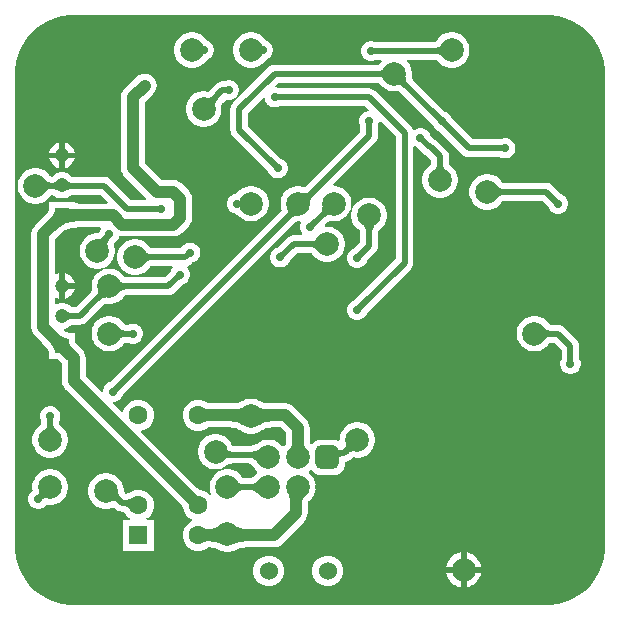
<source format=gbl>
G04*
G04 #@! TF.GenerationSoftware,Altium Limited,Altium Designer,23.3.1 (30)*
G04*
G04 Layer_Physical_Order=2*
G04 Layer_Color=16711680*
%FSLAX44Y44*%
%MOMM*%
G71*
G04*
G04 #@! TF.SameCoordinates,CF94DBF3-FF16-43C4-AECA-44031EA59DE8*
G04*
G04*
G04 #@! TF.FilePolarity,Positive*
G04*
G01*
G75*
%ADD55C,0.5000*%
%ADD56C,1.0000*%
%ADD57R,1.2000X1.2000*%
%ADD58C,1.2000*%
%ADD59C,1.6000*%
%ADD60R,1.6000X1.6000*%
%ADD61C,7.0000*%
%ADD62C,2.0000*%
G04:AMPARAMS|DCode=63|XSize=2mm|YSize=2mm|CornerRadius=0.5mm|HoleSize=0mm|Usage=FLASHONLY|Rotation=0.000|XOffset=0mm|YOffset=0mm|HoleType=Round|Shape=RoundedRectangle|*
%AMROUNDEDRECTD63*
21,1,2.0000,1.0000,0,0,0.0*
21,1,1.0000,2.0000,0,0,0.0*
1,1,1.0000,0.5000,-0.5000*
1,1,1.0000,-0.5000,-0.5000*
1,1,1.0000,-0.5000,0.5000*
1,1,1.0000,0.5000,0.5000*
%
%ADD63ROUNDEDRECTD63*%
%ADD64C,1.5240*%
%ADD65C,0.7000*%
%ADD66C,0.5000*%
G36*
X459775Y549145D02*
X466106Y547448D01*
X472162Y544940D01*
X477838Y541663D01*
X483038Y537673D01*
X487673Y533038D01*
X491663Y527838D01*
X494940Y522162D01*
X497448Y516106D01*
X499145Y509775D01*
X500000Y503277D01*
Y500000D01*
Y100000D01*
Y96723D01*
X499145Y90225D01*
X497448Y83893D01*
X494940Y77838D01*
X491663Y72162D01*
X487673Y66962D01*
X483038Y62327D01*
X477838Y58337D01*
X472162Y55060D01*
X466106Y52552D01*
X459775Y50855D01*
X453277Y50000D01*
X46723D01*
X40224Y50855D01*
X33893Y52552D01*
X27838Y55060D01*
X22162Y58337D01*
X16962Y62327D01*
X12327Y66962D01*
X8337Y72162D01*
X5060Y77838D01*
X2552Y83893D01*
X856Y90225D01*
X0Y96723D01*
Y100000D01*
Y500000D01*
Y503277D01*
X856Y509775D01*
X2552Y516106D01*
X5060Y522162D01*
X8337Y527838D01*
X12327Y533038D01*
X16962Y537673D01*
X22162Y541663D01*
X27838Y544940D01*
X33893Y547448D01*
X40224Y549145D01*
X46723Y550000D01*
X453277D01*
X459775Y549145D01*
D02*
G37*
%LPC*%
G36*
X371477Y535000D02*
X368523D01*
X365625Y534423D01*
X362895Y533293D01*
X360438Y531651D01*
X358349Y529562D01*
X356910Y527409D01*
X356828Y527320D01*
X356600Y527260D01*
X356250Y527201D01*
X355783Y527158D01*
X355063Y527137D01*
X355016Y527126D01*
X354969Y527133D01*
X354858Y527105D01*
X304681D01*
X302619Y527658D01*
X300381D01*
X298219Y527079D01*
X296281Y525960D01*
X294698Y524377D01*
X293579Y522439D01*
X293000Y520277D01*
Y518039D01*
X293579Y515877D01*
X294698Y513939D01*
X296281Y512356D01*
X298219Y511237D01*
X300381Y510658D01*
X302619D01*
X304781Y511237D01*
X306060Y511976D01*
X310366D01*
X310893Y510706D01*
X309748Y509562D01*
X308785Y508120D01*
X308512Y507849D01*
X308490Y507817D01*
X308401Y507785D01*
X308145Y507721D01*
X307777Y507660D01*
X307298Y507616D01*
X306573Y507596D01*
X306437Y507565D01*
X220000D01*
X218042Y507307D01*
X216218Y506551D01*
X214651Y505349D01*
X214651Y505349D01*
X184651Y475349D01*
X183449Y473782D01*
X182693Y471958D01*
X182435Y470000D01*
Y452500D01*
X182693Y450542D01*
X183449Y448718D01*
X184651Y447151D01*
X214395Y417407D01*
X214579Y416719D01*
X215698Y414781D01*
X217281Y413198D01*
X219219Y412079D01*
X221381Y411500D01*
X223619D01*
X225781Y412079D01*
X227719Y413198D01*
X229302Y414781D01*
X230421Y416719D01*
X231000Y418881D01*
Y421119D01*
X230421Y423281D01*
X229302Y425219D01*
X227719Y426802D01*
X225781Y427921D01*
X225093Y428105D01*
X197565Y455633D01*
Y466867D01*
X210327Y479629D01*
X211500Y479143D01*
Y478881D01*
X212079Y476719D01*
X213198Y474781D01*
X214781Y473198D01*
X216719Y472079D01*
X218881Y471500D01*
X221119D01*
X223281Y472079D01*
X223897Y472435D01*
X296867D01*
X299629Y469673D01*
X299143Y468500D01*
X298881D01*
X296719Y467921D01*
X294781Y466802D01*
X293198Y465219D01*
X292079Y463281D01*
X291500Y461119D01*
Y458881D01*
X292079Y456719D01*
X292435Y456102D01*
Y450701D01*
X246655Y404921D01*
X246539Y404848D01*
X246020Y404359D01*
X245680Y404080D01*
X245502Y403957D01*
X244375Y404423D01*
X241477Y405000D01*
X238523D01*
X235625Y404423D01*
X232895Y403293D01*
X230438Y401651D01*
X228349Y399562D01*
X226707Y397105D01*
X225576Y394375D01*
X225000Y391477D01*
Y388523D01*
X225576Y385625D01*
X226043Y384498D01*
X225920Y384320D01*
X225641Y383980D01*
X225152Y383461D01*
X225079Y383345D01*
X80784Y239050D01*
X80096Y238865D01*
X78158Y237746D01*
X76575Y236164D01*
X75457Y234226D01*
X74877Y232064D01*
Y231127D01*
X73607Y230601D01*
X60086Y244122D01*
Y259600D01*
X59743Y262211D01*
X58735Y264643D01*
X57132Y266732D01*
X56732Y267132D01*
X56704Y267176D01*
X52028Y272008D01*
X51000Y273179D01*
Y275009D01*
X51055Y275208D01*
X51032Y275390D01*
X51068Y275569D01*
X51000Y275909D01*
Y280600D01*
X46530D01*
X46331Y280655D01*
X45667Y280702D01*
X45238Y280789D01*
X44670Y280975D01*
X43967Y281283D01*
X43144Y281730D01*
X42213Y282326D01*
X41583Y282786D01*
X41574Y282866D01*
X41792Y283925D01*
X41918Y284126D01*
X44246Y284750D01*
X46754Y286198D01*
X47407Y286851D01*
X47755Y287065D01*
X47926Y287225D01*
X47934Y287229D01*
X47964Y287245D01*
X48026Y287270D01*
X48130Y287302D01*
X48282Y287337D01*
X48485Y287369D01*
X48744Y287391D01*
X49197Y287404D01*
X49334Y287435D01*
X55000D01*
X56958Y287693D01*
X58782Y288449D01*
X60349Y289651D01*
X74769Y304070D01*
X74887Y304145D01*
X75414Y304643D01*
X75783Y304950D01*
X76087Y305168D01*
X76313Y305303D01*
X76399Y305344D01*
X76437Y305337D01*
X76821Y305338D01*
X78523Y305000D01*
X81477D01*
X84375Y305576D01*
X87105Y306707D01*
X89562Y308349D01*
X91651Y310438D01*
X92607Y311869D01*
X92875Y312132D01*
X92880Y312140D01*
X93040Y312194D01*
X93353Y312268D01*
X93788Y312335D01*
X94340Y312383D01*
X95135Y312404D01*
X95274Y312435D01*
X130000D01*
X131958Y312693D01*
X133782Y313449D01*
X135349Y314651D01*
X142593Y321895D01*
X143281Y322079D01*
X145219Y323198D01*
X146802Y324781D01*
X147921Y326719D01*
X148500Y328881D01*
Y331119D01*
X147921Y333281D01*
X146802Y335219D01*
X145818Y336203D01*
X146267Y337543D01*
X148091Y338299D01*
X149658Y339501D01*
X150412Y340255D01*
X151839Y340637D01*
X153777Y341756D01*
X155360Y343339D01*
X156479Y345277D01*
X157058Y347439D01*
Y349677D01*
X156479Y351839D01*
X155360Y353777D01*
X153777Y355360D01*
X151839Y356479D01*
X149677Y357058D01*
X147439D01*
X145277Y356479D01*
X143339Y355360D01*
X141756Y353777D01*
X140970Y352415D01*
X116863D01*
X116727Y352446D01*
X116002Y352466D01*
X115523Y352510D01*
X115155Y352571D01*
X114899Y352635D01*
X114810Y352667D01*
X114788Y352699D01*
X114515Y352970D01*
X113551Y354412D01*
X111462Y356501D01*
X109005Y358143D01*
X106275Y359273D01*
X103377Y359850D01*
X100423D01*
X97525Y359273D01*
X94795Y358143D01*
X92338Y356501D01*
X90249Y354412D01*
X88607Y351955D01*
X87477Y349225D01*
X86900Y346327D01*
Y343373D01*
X87477Y340475D01*
X88607Y337745D01*
X90249Y335288D01*
X92338Y333199D01*
X94795Y331557D01*
X97525Y330426D01*
X100423Y329850D01*
X103377D01*
X106275Y330426D01*
X109005Y331557D01*
X111462Y333199D01*
X113551Y335288D01*
X114515Y336730D01*
X114788Y337001D01*
X114810Y337033D01*
X114899Y337065D01*
X115155Y337129D01*
X115523Y337190D01*
X116002Y337234D01*
X116727Y337254D01*
X116863Y337285D01*
X133468D01*
X133995Y336015D01*
X133198Y335219D01*
X132079Y333281D01*
X131895Y332593D01*
X126867Y327565D01*
X95274D01*
X95135Y327596D01*
X94340Y327617D01*
X93788Y327664D01*
X93353Y327732D01*
X93040Y327806D01*
X92880Y327860D01*
X92875Y327868D01*
X92607Y328131D01*
X91651Y329562D01*
X89562Y331651D01*
X87105Y333293D01*
X84375Y334423D01*
X81477Y335000D01*
X78523D01*
X75625Y334423D01*
X72895Y333293D01*
X70438Y331651D01*
X68349Y329562D01*
X66707Y327105D01*
X65576Y324375D01*
X65000Y321477D01*
Y318523D01*
X65338Y316821D01*
X65337Y316437D01*
X65344Y316399D01*
X65304Y316313D01*
X65168Y316087D01*
X64950Y315784D01*
X64643Y315414D01*
X64145Y314887D01*
X64070Y314769D01*
X51867Y302565D01*
X49334D01*
X49197Y302596D01*
X48744Y302609D01*
X48485Y302631D01*
X48282Y302663D01*
X48130Y302698D01*
X48026Y302730D01*
X47964Y302755D01*
X47934Y302771D01*
X47926Y302775D01*
X47755Y302935D01*
X47407Y303149D01*
X46754Y303802D01*
X44246Y305250D01*
X41448Y306000D01*
X38552D01*
X35754Y305250D01*
X35186Y304922D01*
X34086Y305557D01*
Y309843D01*
X35186Y310478D01*
X35754Y310150D01*
X37500Y309682D01*
Y320400D01*
Y331118D01*
X35754Y330650D01*
X35186Y330322D01*
X34086Y330957D01*
Y359822D01*
X37470Y363206D01*
X37500Y363224D01*
X40118Y365656D01*
X41188Y366526D01*
X42213Y367274D01*
X43144Y367870D01*
X43967Y368317D01*
X44670Y368625D01*
X45238Y368811D01*
X45667Y368898D01*
X46331Y368945D01*
X46530Y369000D01*
X51000D01*
Y369683D01*
X54247Y369893D01*
X55995Y369902D01*
X56052Y369914D01*
X72176D01*
X72866Y368644D01*
X72079Y367281D01*
X71741Y366018D01*
X71686Y365971D01*
X71302Y365675D01*
X70969Y365450D01*
X70692Y365290D01*
X70477Y365187D01*
X70327Y365132D01*
X70241Y365109D01*
X70212Y365104D01*
X69929Y365092D01*
X69551Y365000D01*
X68523D01*
X65625Y364424D01*
X62895Y363293D01*
X60438Y361651D01*
X58349Y359562D01*
X56707Y357105D01*
X55577Y354375D01*
X55000Y351477D01*
Y348523D01*
X55577Y345625D01*
X56707Y342895D01*
X58349Y340438D01*
X60438Y338349D01*
X62895Y336707D01*
X65625Y335577D01*
X68523Y335000D01*
X71477D01*
X74375Y335577D01*
X77105Y336707D01*
X79562Y338349D01*
X81651Y340438D01*
X83293Y342895D01*
X84424Y345625D01*
X85000Y348523D01*
Y351477D01*
X84424Y354375D01*
X83638Y356273D01*
X83657Y356296D01*
X85219Y357198D01*
X86802Y358781D01*
X87921Y360719D01*
X88408Y362539D01*
X90814Y362223D01*
X134142D01*
X136753Y362566D01*
X139185Y363574D01*
X141274Y365177D01*
X147132Y371035D01*
X148735Y373124D01*
X149743Y375556D01*
X150086Y378167D01*
Y394142D01*
X149743Y396753D01*
X148735Y399185D01*
X147132Y401274D01*
X141274Y407132D01*
X139185Y408735D01*
X136753Y409743D01*
X134142Y410086D01*
X124178D01*
X110086Y424178D01*
Y475822D01*
X117132Y482868D01*
X118735Y484957D01*
X119743Y487389D01*
X120086Y490000D01*
X119743Y492611D01*
X118735Y495043D01*
X117132Y497132D01*
X115043Y498735D01*
X112611Y499743D01*
X110000Y500086D01*
X107389Y499743D01*
X104957Y498735D01*
X102868Y497132D01*
X92868Y487132D01*
X91265Y485043D01*
X90257Y482611D01*
X89914Y480000D01*
Y420000D01*
X90257Y417389D01*
X91265Y414957D01*
X92868Y412868D01*
X111189Y394547D01*
X110703Y393373D01*
X98125D01*
X81149Y410349D01*
X79582Y411551D01*
X77758Y412307D01*
X75800Y412565D01*
X49665D01*
X49595Y412584D01*
X49482Y412570D01*
X49372Y412596D01*
X48927Y412609D01*
X48692Y412631D01*
X48518Y412660D01*
X48403Y412688D01*
X48359Y412703D01*
X48255Y412813D01*
X47875Y413081D01*
X46754Y414202D01*
X44246Y415650D01*
X41448Y416400D01*
X38552D01*
X35754Y415650D01*
X33246Y414202D01*
X32376Y413332D01*
X31991Y413078D01*
X31847Y412935D01*
X31811Y412920D01*
X31728Y412893D01*
X31595Y412862D01*
X31406Y412831D01*
X31392Y412830D01*
X31060Y412860D01*
X30683Y412921D01*
X30416Y412987D01*
X30277Y413036D01*
X30231Y413101D01*
X29944Y413375D01*
X29151Y414562D01*
X27062Y416651D01*
X24605Y418293D01*
X21875Y419423D01*
X18977Y420000D01*
X16023D01*
X13125Y419423D01*
X10395Y418293D01*
X7938Y416651D01*
X5849Y414562D01*
X4207Y412105D01*
X3076Y409375D01*
X2500Y406477D01*
Y403523D01*
X3076Y400625D01*
X4207Y397895D01*
X5849Y395438D01*
X7938Y393349D01*
X10395Y391707D01*
X13125Y390577D01*
X16023Y390000D01*
X18977D01*
X21875Y390577D01*
X24605Y391707D01*
X27062Y393349D01*
X29151Y395438D01*
X30304Y397164D01*
X30536Y397402D01*
X30577Y397417D01*
X30821Y397480D01*
X31182Y397540D01*
X31559Y397575D01*
X31633Y397568D01*
X31852Y397536D01*
X32022Y397498D01*
X32146Y397462D01*
X32230Y397429D01*
X32281Y397405D01*
X32309Y397388D01*
X32323Y397377D01*
X32508Y397217D01*
X32787Y397056D01*
X33246Y396598D01*
X35754Y395150D01*
X38552Y394400D01*
X41448D01*
X44246Y395150D01*
X46754Y396598D01*
X47032Y396875D01*
X47221Y396976D01*
X47417Y397136D01*
X47447Y397157D01*
X47494Y397183D01*
X47566Y397216D01*
X47670Y397254D01*
X47814Y397295D01*
X48002Y397335D01*
X48238Y397369D01*
X48522Y397392D01*
X48986Y397404D01*
X49125Y397435D01*
X72667D01*
X78842Y391260D01*
X78356Y390086D01*
X56107D01*
X56057Y390097D01*
X51077Y390182D01*
X51000Y390187D01*
Y391000D01*
X46309D01*
X45970Y391068D01*
X45705Y391015D01*
X45437Y391040D01*
X45309Y391000D01*
X34591D01*
X34392Y391055D01*
X34210Y391032D01*
X34030Y391068D01*
X33691Y391000D01*
X29000D01*
Y386530D01*
X28945Y386331D01*
X28898Y385667D01*
X28811Y385238D01*
X28625Y384670D01*
X28317Y383968D01*
X27870Y383144D01*
X27274Y382213D01*
X26562Y381236D01*
X24526Y378850D01*
X23291Y377571D01*
X23263Y377528D01*
X16868Y371132D01*
X15265Y369043D01*
X14257Y366610D01*
X13914Y364000D01*
Y285600D01*
X14257Y282990D01*
X15265Y280557D01*
X16868Y278468D01*
X23206Y272130D01*
X23224Y272100D01*
X25656Y269482D01*
X26526Y268412D01*
X27274Y267387D01*
X27870Y266456D01*
X28317Y265632D01*
X28625Y264930D01*
X28811Y264361D01*
X28898Y263933D01*
X28945Y263269D01*
X29000Y263070D01*
Y258600D01*
X33691D01*
X34030Y258533D01*
X34210Y258568D01*
X34392Y258545D01*
X34591Y258600D01*
X36103D01*
X39914Y255257D01*
Y239944D01*
X40257Y237334D01*
X41265Y234901D01*
X42868Y232812D01*
X140342Y135338D01*
X140368Y135297D01*
X141982Y133613D01*
X142400Y133125D01*
Y132888D01*
X143286Y129582D01*
X144997Y126618D01*
X147418Y124197D01*
X150213Y122584D01*
X150304Y121900D01*
X150213Y121216D01*
X147418Y119603D01*
X144997Y117182D01*
X143286Y114218D01*
X142400Y110912D01*
Y107488D01*
X143286Y104182D01*
X144997Y101218D01*
X147418Y98797D01*
X150382Y97086D01*
X153688Y96200D01*
X157112D01*
X160418Y97086D01*
X163382Y98797D01*
X163543Y98958D01*
X164316Y99008D01*
X167556Y98756D01*
X168500Y98601D01*
X169387Y98406D01*
X170111Y98197D01*
X170666Y97991D01*
X171048Y97808D01*
X171538Y97504D01*
X171912Y97364D01*
X172895Y96707D01*
X175625Y95576D01*
X178523Y95000D01*
X181477D01*
X184375Y95576D01*
X187105Y96707D01*
X188088Y97364D01*
X188462Y97504D01*
X188952Y97808D01*
X189334Y97991D01*
X189889Y98197D01*
X190613Y98406D01*
X191500Y98601D01*
X192444Y98756D01*
X196629Y99081D01*
X198215Y99102D01*
X198268Y99114D01*
X219200D01*
X221811Y99457D01*
X224243Y100465D01*
X226332Y102068D01*
X244969Y120704D01*
X246572Y122793D01*
X247579Y125226D01*
X247923Y127837D01*
Y134477D01*
X247933Y134524D01*
X247955Y135469D01*
X248007Y136187D01*
X248085Y136781D01*
X248179Y137244D01*
X248274Y137572D01*
X248341Y137743D01*
X248391Y137782D01*
X248596Y138021D01*
X249312Y138499D01*
X251401Y140588D01*
X253043Y143045D01*
X254174Y145775D01*
X254750Y148673D01*
Y151627D01*
X254174Y154525D01*
X253043Y157255D01*
X251401Y159712D01*
X249312Y161801D01*
X248992Y162015D01*
Y163285D01*
X249312Y163499D01*
X250068Y164255D01*
X251754Y164144D01*
X252618Y163018D01*
X254707Y161415D01*
X257139Y160407D01*
X259750Y160064D01*
X269750D01*
X272360Y160407D01*
X274793Y161415D01*
X276882Y163018D01*
X278485Y165107D01*
X279493Y167539D01*
X279836Y170150D01*
Y171245D01*
X280612Y171347D01*
X282437Y172103D01*
X284003Y173305D01*
X284769Y174070D01*
X284887Y174145D01*
X285414Y174643D01*
X285783Y174950D01*
X286087Y175168D01*
X286313Y175304D01*
X286399Y175344D01*
X286436Y175337D01*
X286821Y175338D01*
X288523Y175000D01*
X291477D01*
X294375Y175576D01*
X297105Y176707D01*
X299562Y178349D01*
X301651Y180438D01*
X303293Y182895D01*
X304424Y185625D01*
X305000Y188523D01*
Y191477D01*
X304424Y194375D01*
X303293Y197105D01*
X301651Y199562D01*
X299562Y201651D01*
X297105Y203293D01*
X294375Y204424D01*
X291477Y205000D01*
X288523D01*
X285625Y204424D01*
X282895Y203293D01*
X280438Y201651D01*
X278349Y199562D01*
X276707Y197105D01*
X275576Y194375D01*
X275000Y191477D01*
Y190174D01*
X273730Y189325D01*
X272360Y189893D01*
X269750Y190236D01*
X259750D01*
X257139Y189893D01*
X254707Y188885D01*
X252618Y187282D01*
X251754Y186156D01*
X251753Y186155D01*
X251394Y186011D01*
X250212Y186358D01*
X250178Y186469D01*
X250076Y186917D01*
X249994Y187420D01*
X249864Y188992D01*
X249847Y189905D01*
X249836Y189954D01*
Y200250D01*
X249492Y202861D01*
X248485Y205293D01*
X246882Y207382D01*
X236332Y217932D01*
X234243Y219535D01*
X231810Y220543D01*
X229200Y220886D01*
X218268D01*
X218215Y220898D01*
X216542Y220920D01*
X215117Y220982D01*
X212492Y221236D01*
X211500Y221399D01*
X210613Y221594D01*
X209889Y221803D01*
X209334Y222009D01*
X208952Y222192D01*
X208462Y222496D01*
X208088Y222636D01*
X207105Y223293D01*
X204375Y224424D01*
X201477Y225000D01*
X198523D01*
X195625Y224424D01*
X192895Y223293D01*
X191912Y222636D01*
X191538Y222496D01*
X191048Y222192D01*
X190666Y222009D01*
X190111Y221803D01*
X189387Y221594D01*
X188500Y221399D01*
X187508Y221236D01*
X184883Y220982D01*
X183458Y220920D01*
X181785Y220898D01*
X181732Y220886D01*
X166604D01*
X166556Y220897D01*
X164227Y220948D01*
X163587Y220997D01*
X163382Y221203D01*
X160418Y222914D01*
X157112Y223800D01*
X153688D01*
X150382Y222914D01*
X147418Y221203D01*
X144997Y218782D01*
X143286Y215818D01*
X142400Y212512D01*
Y209088D01*
X143286Y205782D01*
X144997Y202818D01*
X147418Y200397D01*
X150382Y198686D01*
X153688Y197800D01*
X157112D01*
X160418Y198686D01*
X163382Y200397D01*
X163543Y200558D01*
X165717Y200697D01*
X166479Y200702D01*
X166535Y200714D01*
X180770D01*
X180818Y200703D01*
X182298Y200672D01*
X184967Y200429D01*
X186003Y200249D01*
X186990Y200013D01*
X187861Y199741D01*
X188623Y199438D01*
X189279Y199112D01*
X189838Y198769D01*
X190519Y198256D01*
X190730Y198154D01*
X192895Y196707D01*
X195625Y195576D01*
X198523Y195000D01*
X201477D01*
X204375Y195576D01*
X207105Y196707D01*
X209270Y198154D01*
X209481Y198256D01*
X210162Y198769D01*
X210721Y199112D01*
X211377Y199438D01*
X212139Y199741D01*
X213010Y200013D01*
X213997Y200249D01*
X215033Y200429D01*
X217702Y200672D01*
X219182Y200703D01*
X219230Y200714D01*
X225022D01*
X229664Y196072D01*
Y190039D01*
X229656Y190006D01*
X229583Y188101D01*
X229516Y187481D01*
X229424Y186917D01*
X229322Y186470D01*
X229221Y186142D01*
X229138Y185935D01*
X229094Y185853D01*
X228938Y185676D01*
X228761Y185374D01*
X228099Y184712D01*
X227885Y184392D01*
X226615D01*
X226401Y184712D01*
X224312Y186801D01*
X221855Y188443D01*
X219125Y189573D01*
X216227Y190150D01*
X213273D01*
X210375Y189573D01*
X207645Y188443D01*
X207266Y188190D01*
X206980Y188093D01*
X204837Y186862D01*
X204029Y186451D01*
X202358Y185724D01*
X201750Y185511D01*
X201176Y185347D01*
X200697Y185243D01*
X200322Y185192D01*
X199801Y185167D01*
X199692Y185140D01*
X185288D01*
X185154Y185171D01*
X184444Y185192D01*
X184070Y185229D01*
X183293Y187105D01*
X181651Y189562D01*
X179562Y191651D01*
X177105Y193293D01*
X174375Y194424D01*
X171477Y195000D01*
X168523D01*
X165625Y194424D01*
X162895Y193293D01*
X160438Y191651D01*
X158349Y189562D01*
X156707Y187105D01*
X155576Y184375D01*
X155000Y181477D01*
Y178523D01*
X155576Y175625D01*
X156707Y172895D01*
X158349Y170438D01*
X160438Y168349D01*
X162895Y166707D01*
X165625Y165576D01*
X168523Y165000D01*
X171477D01*
X174375Y165576D01*
X177105Y166707D01*
X179562Y168349D01*
X180309Y169095D01*
X180644Y169300D01*
X180852Y169492D01*
X180875Y169509D01*
X180951Y169553D01*
X181095Y169619D01*
X181318Y169698D01*
X181625Y169781D01*
X181947Y169844D01*
X183132Y169963D01*
X183820Y169978D01*
X183963Y170010D01*
X198364D01*
X198460Y169985D01*
X199034Y169953D01*
X199274Y169910D01*
X199493Y169843D01*
X199716Y169744D01*
X199964Y169596D01*
X200248Y169380D01*
X200572Y169076D01*
X200932Y168669D01*
X201320Y168148D01*
X201818Y167362D01*
X202137Y167027D01*
X203099Y165588D01*
X205188Y163499D01*
X205508Y163285D01*
Y162015D01*
X205188Y161801D01*
X204375Y160988D01*
X203976Y160726D01*
X203201Y159961D01*
X202548Y159382D01*
X201936Y158901D01*
X201371Y158513D01*
X200857Y158213D01*
X200397Y157993D01*
X199993Y157841D01*
X199640Y157746D01*
X199330Y157696D01*
X198771Y157665D01*
X198671Y157640D01*
X194943D01*
X194806Y157671D01*
X194081Y157691D01*
X193600Y157735D01*
X193228Y157796D01*
X192968Y157861D01*
X192860Y157899D01*
X192830Y157943D01*
X192549Y158218D01*
X191651Y159562D01*
X189562Y161651D01*
X187105Y163293D01*
X184375Y164424D01*
X181477Y165000D01*
X178523D01*
X175625Y164424D01*
X172895Y163293D01*
X170438Y161651D01*
X168349Y159562D01*
X166707Y157105D01*
X165576Y154375D01*
X165000Y151477D01*
Y148523D01*
X165576Y145625D01*
X166298Y143883D01*
X165221Y143163D01*
X163382Y145003D01*
X160418Y146714D01*
X157112Y147600D01*
X156832D01*
X155196Y149036D01*
X154656Y149569D01*
X154608Y149600D01*
X107286Y196922D01*
X107615Y198149D01*
X109618Y198686D01*
X112582Y200397D01*
X115003Y202818D01*
X116714Y205782D01*
X117600Y209088D01*
Y212512D01*
X116714Y215818D01*
X115003Y218782D01*
X112582Y221203D01*
X109618Y222914D01*
X106312Y223800D01*
X102888D01*
X99582Y222914D01*
X96618Y221203D01*
X94197Y218782D01*
X92486Y215818D01*
X91949Y213815D01*
X90723Y213486D01*
X83034Y221175D01*
X83560Y222445D01*
X84496D01*
X86658Y223024D01*
X88596Y224143D01*
X90179Y225725D01*
X91298Y227664D01*
X91482Y228351D01*
X236430Y373299D01*
X236552Y373377D01*
X237093Y373891D01*
X237502Y374240D01*
X237861Y374510D01*
X238165Y374707D01*
X238404Y374837D01*
X238575Y374912D01*
X238677Y374944D01*
X238708Y374951D01*
X238969Y374944D01*
X239302Y375000D01*
X241477D01*
X241622Y375029D01*
X242434Y373895D01*
X242079Y373281D01*
X241500Y371119D01*
Y368881D01*
X242079Y366719D01*
X243198Y364781D01*
X243520Y364459D01*
X242994Y363189D01*
X235999D01*
X235999Y363189D01*
X235020Y363060D01*
X234041Y362932D01*
X232216Y362176D01*
X230650Y360974D01*
X222281Y352605D01*
X221593Y352421D01*
X219655Y351302D01*
X218072Y349719D01*
X216953Y347781D01*
X216374Y345619D01*
Y343381D01*
X216953Y341219D01*
X218072Y339281D01*
X219655Y337698D01*
X221593Y336579D01*
X223755Y336000D01*
X225993D01*
X228155Y336579D01*
X230093Y337698D01*
X231676Y339281D01*
X232795Y341219D01*
X232979Y341907D01*
X239132Y348060D01*
X249461D01*
X249597Y348029D01*
X250322Y348008D01*
X250800Y347965D01*
X251169Y347904D01*
X251425Y347840D01*
X251514Y347808D01*
X251535Y347776D01*
X251808Y347505D01*
X252772Y346063D01*
X254862Y343973D01*
X257318Y342332D01*
X260048Y341201D01*
X262946Y340625D01*
X265901D01*
X268799Y341201D01*
X271529Y342332D01*
X273986Y343973D01*
X276075Y346063D01*
X277716Y348520D01*
X278847Y351249D01*
X279424Y354147D01*
Y357102D01*
X278847Y360000D01*
X277716Y362730D01*
X276075Y365187D01*
X273986Y367276D01*
X271529Y368918D01*
X268799Y370048D01*
X265901Y370625D01*
X263119D01*
X262538Y371388D01*
X262381Y371683D01*
X264769Y374070D01*
X264887Y374145D01*
X265414Y374643D01*
X265783Y374950D01*
X266087Y375168D01*
X266313Y375303D01*
X266399Y375344D01*
X266437Y375337D01*
X266821Y375338D01*
X268523Y375000D01*
X271477D01*
X274375Y375577D01*
X277105Y376707D01*
X279562Y378349D01*
X281651Y380438D01*
X283293Y382895D01*
X284424Y385625D01*
X285000Y388523D01*
Y391477D01*
X284424Y394375D01*
X283293Y397105D01*
X281651Y399562D01*
X279562Y401651D01*
X277105Y403293D01*
X274375Y404423D01*
X271477Y405000D01*
X269927D01*
X269401Y406270D01*
X305349Y442218D01*
X306551Y443785D01*
X307307Y445610D01*
X307565Y447567D01*
Y456102D01*
X307921Y456719D01*
X308500Y458881D01*
Y459143D01*
X309673Y459629D01*
X322435Y446867D01*
Y343133D01*
X287407Y308105D01*
X286719Y307921D01*
X284781Y306802D01*
X283198Y305219D01*
X282079Y303281D01*
X281500Y301119D01*
Y298881D01*
X282079Y296719D01*
X283198Y294781D01*
X284781Y293198D01*
X286719Y292079D01*
X288881Y291500D01*
X291119D01*
X293281Y292079D01*
X295219Y293198D01*
X296802Y294781D01*
X297921Y296719D01*
X298105Y297407D01*
X335349Y334651D01*
X335349Y334651D01*
X336551Y336218D01*
X337307Y338042D01*
X337565Y340000D01*
X337565Y340000D01*
Y437725D01*
X338835Y438399D01*
X340219Y437600D01*
X340907Y437416D01*
X346103Y432220D01*
X347669Y431018D01*
X348719Y430583D01*
X352435Y426867D01*
Y424963D01*
X352404Y424827D01*
X352384Y424102D01*
X352340Y423623D01*
X352279Y423255D01*
X352215Y422999D01*
X352183Y422910D01*
X352151Y422888D01*
X351880Y422615D01*
X350438Y421651D01*
X348349Y419562D01*
X346707Y417105D01*
X345576Y414375D01*
X345000Y411477D01*
Y408523D01*
X345576Y405625D01*
X346707Y402895D01*
X348349Y400438D01*
X350438Y398349D01*
X352895Y396707D01*
X355625Y395577D01*
X358523Y395000D01*
X361477D01*
X364375Y395577D01*
X367105Y396707D01*
X369562Y398349D01*
X371651Y400438D01*
X373293Y402895D01*
X374423Y405625D01*
X375000Y408523D01*
Y411477D01*
X374423Y414375D01*
X373293Y417105D01*
X371651Y419562D01*
X369562Y421651D01*
X368120Y422615D01*
X367849Y422888D01*
X367817Y422910D01*
X367785Y422999D01*
X367721Y423255D01*
X367660Y423623D01*
X367616Y424102D01*
X367596Y424827D01*
X367565Y424963D01*
Y430000D01*
X367307Y431958D01*
X366551Y433782D01*
X365349Y435349D01*
X357780Y442918D01*
X356213Y444120D01*
X355164Y444555D01*
X351605Y448114D01*
X351421Y448802D01*
X350302Y450740D01*
X348719Y452323D01*
X346781Y453442D01*
X344619Y454021D01*
X342381D01*
X340219Y453442D01*
X338480Y452438D01*
X337845Y452479D01*
X336959Y452797D01*
X336551Y453782D01*
X335349Y455349D01*
X335349Y455349D01*
X305349Y485349D01*
X303782Y486551D01*
X301958Y487307D01*
X300000Y487565D01*
X223897D01*
X223281Y487921D01*
X221119Y488500D01*
X220857D01*
X220371Y489673D01*
X223133Y492435D01*
X306437D01*
X306573Y492404D01*
X307298Y492384D01*
X307776Y492340D01*
X308145Y492279D01*
X308401Y492215D01*
X308490Y492183D01*
X308512Y492151D01*
X308785Y491880D01*
X309748Y490438D01*
X311838Y488349D01*
X314294Y486707D01*
X317024Y485576D01*
X319922Y485000D01*
X322877D01*
X324578Y485338D01*
X324963Y485337D01*
X325001Y485344D01*
X325086Y485303D01*
X325313Y485168D01*
X325616Y484950D01*
X325986Y484643D01*
X326512Y484145D01*
X326631Y484070D01*
X353572Y457130D01*
X353756Y456442D01*
X354875Y454504D01*
X356458Y452921D01*
X358396Y451802D01*
X359084Y451618D01*
X378870Y431832D01*
X378870Y431831D01*
X380437Y430629D01*
X382261Y429874D01*
X384219Y429616D01*
X384219Y429616D01*
X410666D01*
X411938Y428881D01*
X414100Y428302D01*
X416338D01*
X418500Y428881D01*
X420438Y430000D01*
X422021Y431583D01*
X423140Y433521D01*
X423719Y435683D01*
Y437921D01*
X423140Y440083D01*
X422021Y442021D01*
X420438Y443603D01*
X418500Y444722D01*
X416338Y445302D01*
X414100D01*
X412023Y444745D01*
X387352D01*
X369782Y462316D01*
X369598Y463004D01*
X368479Y464942D01*
X366896Y466524D01*
X364958Y467643D01*
X364270Y467828D01*
X337329Y494768D01*
X337255Y494887D01*
X336757Y495414D01*
X336449Y495783D01*
X336232Y496087D01*
X336096Y496313D01*
X336055Y496399D01*
X336063Y496437D01*
X336061Y496821D01*
X336400Y498523D01*
Y501477D01*
X335823Y504375D01*
X334692Y507105D01*
X333051Y509562D01*
X331907Y510706D01*
X332433Y511976D01*
X355170D01*
X355308Y511945D01*
X356037Y511925D01*
X356530Y511881D01*
X356918Y511819D01*
X357199Y511751D01*
X357377Y511691D01*
X357405Y511678D01*
X357479Y511577D01*
X357756Y511326D01*
X358349Y510438D01*
X360438Y508349D01*
X362895Y506707D01*
X365625Y505577D01*
X368523Y505000D01*
X371477D01*
X374375Y505577D01*
X377105Y506707D01*
X379562Y508349D01*
X381651Y510438D01*
X383293Y512895D01*
X384423Y515625D01*
X385000Y518523D01*
Y521477D01*
X384423Y524375D01*
X383293Y527105D01*
X381651Y529562D01*
X379562Y531651D01*
X377105Y533293D01*
X374375Y534423D01*
X371477Y535000D01*
D02*
G37*
G36*
X201477D02*
X198523D01*
X195625Y534423D01*
X192895Y533293D01*
X190438Y531651D01*
X188349Y529562D01*
X186707Y527105D01*
X185576Y524375D01*
X185000Y521477D01*
Y518523D01*
X185576Y515625D01*
X186707Y512895D01*
X188349Y510438D01*
X190438Y508349D01*
X192895Y506707D01*
X195625Y505577D01*
X198523Y505000D01*
X201477D01*
X204375Y505577D01*
X207105Y506707D01*
X209562Y508349D01*
X211651Y510438D01*
X212632Y511905D01*
X213281Y512079D01*
X215219Y513198D01*
X216802Y514781D01*
X217921Y516719D01*
X218500Y518881D01*
Y521119D01*
X217921Y523281D01*
X216802Y525219D01*
X215219Y526802D01*
X213281Y527921D01*
X212632Y528095D01*
X211651Y529562D01*
X209562Y531651D01*
X207105Y533293D01*
X204375Y534423D01*
X201477Y535000D01*
D02*
G37*
G36*
X151477D02*
X148523D01*
X145625Y534423D01*
X142895Y533293D01*
X140438Y531651D01*
X138349Y529562D01*
X136707Y527105D01*
X135576Y524375D01*
X135000Y521477D01*
Y518523D01*
X135576Y515625D01*
X136707Y512895D01*
X138349Y510438D01*
X140438Y508349D01*
X142895Y506707D01*
X145625Y505577D01*
X148523Y505000D01*
X151477D01*
X154375Y505577D01*
X157105Y506707D01*
X159562Y508349D01*
X161651Y510438D01*
X162632Y511905D01*
X163281Y512079D01*
X165219Y513198D01*
X166802Y514781D01*
X167921Y516719D01*
X168500Y518881D01*
Y521119D01*
X167921Y523281D01*
X166802Y525219D01*
X165219Y526802D01*
X163281Y527921D01*
X162632Y528095D01*
X161651Y529562D01*
X159562Y531651D01*
X157105Y533293D01*
X154375Y534423D01*
X151477Y535000D01*
D02*
G37*
G36*
X182619Y494750D02*
X180381D01*
X178219Y494171D01*
X176940Y493432D01*
X175867D01*
X173909Y493174D01*
X172085Y492419D01*
X170518Y491216D01*
X170518Y491216D01*
X165231Y485930D01*
X165113Y485855D01*
X164586Y485357D01*
X164217Y485050D01*
X163913Y484832D01*
X163687Y484697D01*
X163601Y484656D01*
X163563Y484663D01*
X163179Y484662D01*
X161477Y485000D01*
X158523D01*
X155625Y484423D01*
X152895Y483293D01*
X150438Y481651D01*
X148349Y479562D01*
X146707Y477105D01*
X145576Y474375D01*
X145000Y471477D01*
Y468523D01*
X145576Y465625D01*
X146707Y462895D01*
X148349Y460438D01*
X150438Y458349D01*
X152895Y456707D01*
X155625Y455577D01*
X158523Y455000D01*
X161477D01*
X164375Y455577D01*
X167105Y456707D01*
X169562Y458349D01*
X171651Y460438D01*
X173293Y462895D01*
X174424Y465625D01*
X175000Y468523D01*
Y471477D01*
X174662Y473179D01*
X174663Y473563D01*
X174656Y473601D01*
X174697Y473687D01*
X174832Y473913D01*
X175049Y474216D01*
X175357Y474586D01*
X175855Y475113D01*
X175930Y475232D01*
X178857Y478158D01*
X180381Y477750D01*
X182619D01*
X184781Y478329D01*
X186719Y479448D01*
X188302Y481031D01*
X189421Y482969D01*
X190000Y485131D01*
Y487369D01*
X189421Y489531D01*
X188302Y491469D01*
X186719Y493052D01*
X184781Y494171D01*
X182619Y494750D01*
D02*
G37*
G36*
X42500Y441518D02*
Y433300D01*
X50718D01*
X50250Y435046D01*
X48802Y437554D01*
X46754Y439602D01*
X44246Y441050D01*
X42500Y441518D01*
D02*
G37*
G36*
X37500D02*
X35754Y441050D01*
X33246Y439602D01*
X31198Y437554D01*
X29750Y435046D01*
X29282Y433300D01*
X37500D01*
Y441518D01*
D02*
G37*
G36*
X50718Y428300D02*
X42500D01*
Y420082D01*
X44246Y420550D01*
X46754Y421998D01*
X48802Y424046D01*
X50250Y426554D01*
X50718Y428300D01*
D02*
G37*
G36*
X37500D02*
X29282D01*
X29750Y426554D01*
X31198Y424046D01*
X33246Y421998D01*
X35754Y420550D01*
X37500Y420082D01*
Y428300D01*
D02*
G37*
G36*
X401477Y415000D02*
X398523D01*
X395625Y414423D01*
X392895Y413293D01*
X390438Y411651D01*
X388349Y409562D01*
X386707Y407105D01*
X385576Y404375D01*
X385000Y401477D01*
Y398523D01*
X385576Y395625D01*
X386707Y392895D01*
X388349Y390438D01*
X390438Y388349D01*
X392895Y386707D01*
X395625Y385576D01*
X398523Y385000D01*
X401477D01*
X404375Y385576D01*
X407105Y386707D01*
X409562Y388349D01*
X411651Y390438D01*
X412615Y391880D01*
X412888Y392151D01*
X412910Y392183D01*
X412999Y392215D01*
X413255Y392279D01*
X413623Y392340D01*
X414102Y392384D01*
X414826Y392404D01*
X414963Y392435D01*
X446867D01*
X451895Y387407D01*
X452079Y386719D01*
X453198Y384781D01*
X454781Y383198D01*
X456719Y382079D01*
X458881Y381500D01*
X461119D01*
X463281Y382079D01*
X465219Y383198D01*
X466802Y384781D01*
X467921Y386719D01*
X468500Y388881D01*
Y391119D01*
X467921Y393281D01*
X466802Y395219D01*
X465219Y396802D01*
X463281Y397921D01*
X462593Y398105D01*
X455349Y405349D01*
X453782Y406551D01*
X451958Y407307D01*
X450000Y407565D01*
X414963D01*
X414826Y407596D01*
X414102Y407616D01*
X413623Y407660D01*
X413255Y407721D01*
X412999Y407785D01*
X412910Y407817D01*
X412888Y407849D01*
X412615Y408120D01*
X411651Y409562D01*
X409562Y411651D01*
X407105Y413293D01*
X404375Y414423D01*
X401477Y415000D01*
D02*
G37*
G36*
X201477Y405000D02*
X198523D01*
X195625Y404423D01*
X192895Y403293D01*
X190438Y401651D01*
X188349Y399562D01*
X187639Y398500D01*
X187381D01*
X185219Y397921D01*
X183281Y396802D01*
X181698Y395219D01*
X180579Y393281D01*
X180000Y391119D01*
Y388881D01*
X180579Y386719D01*
X181698Y384781D01*
X183281Y383198D01*
X185219Y382079D01*
X187381Y381500D01*
X187639D01*
X188349Y380438D01*
X190438Y378349D01*
X192895Y376707D01*
X195625Y375577D01*
X198523Y375000D01*
X201477D01*
X204375Y375577D01*
X207105Y376707D01*
X209562Y378349D01*
X211651Y380438D01*
X213293Y382895D01*
X214424Y385625D01*
X215000Y388523D01*
Y391477D01*
X214424Y394375D01*
X213293Y397105D01*
X211651Y399562D01*
X209562Y401651D01*
X207105Y403293D01*
X204375Y404423D01*
X201477Y405000D01*
D02*
G37*
G36*
X301477Y395000D02*
X298523D01*
X295625Y394423D01*
X292895Y393293D01*
X290438Y391651D01*
X288349Y389562D01*
X286707Y387105D01*
X285576Y384375D01*
X285000Y381477D01*
Y378523D01*
X285576Y375625D01*
X286707Y372895D01*
X288349Y370438D01*
X290438Y368349D01*
X291880Y367385D01*
X292151Y367112D01*
X292183Y367090D01*
X292215Y367001D01*
X292279Y366745D01*
X292340Y366377D01*
X292384Y365898D01*
X292404Y365173D01*
X292435Y365037D01*
Y357133D01*
X287407Y352105D01*
X286719Y351921D01*
X284781Y350802D01*
X283198Y349219D01*
X282079Y347281D01*
X281500Y345119D01*
Y342881D01*
X282079Y340719D01*
X283198Y338781D01*
X284781Y337198D01*
X286719Y336079D01*
X288881Y335500D01*
X291119D01*
X293281Y336079D01*
X295219Y337198D01*
X296802Y338781D01*
X297921Y340719D01*
X298105Y341407D01*
X305349Y348651D01*
X305349Y348651D01*
X306551Y350218D01*
X307307Y352042D01*
X307565Y354000D01*
Y365037D01*
X307596Y365173D01*
X307616Y365898D01*
X307660Y366377D01*
X307721Y366745D01*
X307785Y367001D01*
X307817Y367090D01*
X307849Y367112D01*
X308120Y367385D01*
X309562Y368349D01*
X311651Y370438D01*
X313293Y372895D01*
X314424Y375625D01*
X315000Y378523D01*
Y381477D01*
X314424Y384375D01*
X313293Y387105D01*
X311651Y389562D01*
X309562Y391651D01*
X307105Y393293D01*
X304375Y394423D01*
X301477Y395000D01*
D02*
G37*
G36*
X42500Y331118D02*
Y322900D01*
X50718D01*
X50250Y324646D01*
X48802Y327154D01*
X46754Y329202D01*
X44246Y330650D01*
X42500Y331118D01*
D02*
G37*
G36*
X50718Y317900D02*
X42500D01*
Y309682D01*
X44246Y310150D01*
X46754Y311598D01*
X48802Y313646D01*
X50250Y316154D01*
X50718Y317900D01*
D02*
G37*
G36*
X81477Y295000D02*
X78523D01*
X75625Y294424D01*
X72895Y293293D01*
X70438Y291651D01*
X68349Y289562D01*
X66707Y287105D01*
X65576Y284375D01*
X65000Y281477D01*
Y278523D01*
X65576Y275625D01*
X66707Y272895D01*
X68349Y270438D01*
X70438Y268349D01*
X72895Y266707D01*
X75625Y265576D01*
X78523Y265000D01*
X81477D01*
X84375Y265576D01*
X87105Y266707D01*
X89562Y268349D01*
X91651Y270438D01*
X92615Y271880D01*
X92888Y272151D01*
X92909Y272183D01*
X92999Y272215D01*
X93255Y272279D01*
X93623Y272340D01*
X94102Y272384D01*
X94826Y272404D01*
X94963Y272435D01*
X96103D01*
X96719Y272079D01*
X98881Y271500D01*
X101119D01*
X103281Y272079D01*
X105219Y273198D01*
X106802Y274781D01*
X107921Y276719D01*
X108500Y278881D01*
Y281119D01*
X107921Y283281D01*
X106802Y285219D01*
X105219Y286802D01*
X103281Y287921D01*
X101119Y288500D01*
X98881D01*
X96719Y287921D01*
X96103Y287565D01*
X94963D01*
X94826Y287596D01*
X94102Y287616D01*
X93623Y287660D01*
X93255Y287721D01*
X92999Y287785D01*
X92909Y287817D01*
X92888Y287848D01*
X92615Y288120D01*
X91651Y289562D01*
X89562Y291651D01*
X87105Y293293D01*
X84375Y294424D01*
X81477Y295000D01*
D02*
G37*
G36*
X441477D02*
X438523D01*
X435625Y294424D01*
X432895Y293293D01*
X430438Y291651D01*
X428349Y289562D01*
X426707Y287105D01*
X425577Y284375D01*
X425000Y281477D01*
Y278523D01*
X425577Y275625D01*
X426707Y272895D01*
X428349Y270438D01*
X430438Y268349D01*
X432895Y266707D01*
X435625Y265576D01*
X438523Y265000D01*
X441477D01*
X444375Y265576D01*
X447105Y266707D01*
X449562Y268349D01*
X451651Y270438D01*
X452615Y271880D01*
X452888Y272151D01*
X452910Y272183D01*
X452999Y272215D01*
X453255Y272279D01*
X453623Y272340D01*
X454102Y272384D01*
X454827Y272404D01*
X454963Y272435D01*
X456867D01*
X462935Y266367D01*
Y258498D01*
X462579Y257881D01*
X462000Y255719D01*
Y253481D01*
X462579Y251319D01*
X463698Y249381D01*
X465281Y247798D01*
X467219Y246679D01*
X469381Y246100D01*
X471619D01*
X473781Y246679D01*
X475719Y247798D01*
X477302Y249381D01*
X478421Y251319D01*
X479000Y253481D01*
Y255719D01*
X478421Y257881D01*
X478065Y258498D01*
Y269500D01*
X477807Y271458D01*
X477051Y273282D01*
X475849Y274849D01*
X465349Y285349D01*
X463782Y286551D01*
X461958Y287307D01*
X460000Y287565D01*
X454963D01*
X454827Y287596D01*
X454102Y287616D01*
X453623Y287660D01*
X453255Y287721D01*
X452999Y287785D01*
X452910Y287817D01*
X452888Y287848D01*
X452615Y288120D01*
X451651Y289562D01*
X449562Y291651D01*
X447105Y293293D01*
X444375Y294424D01*
X441477Y295000D01*
D02*
G37*
G36*
X31119Y218500D02*
X28881D01*
X26719Y217921D01*
X24781Y216802D01*
X23198Y215219D01*
X22079Y213281D01*
X21500Y211119D01*
Y208881D01*
X22079Y206719D01*
X22435Y206103D01*
Y204963D01*
X22404Y204827D01*
X22384Y204102D01*
X22340Y203623D01*
X22279Y203255D01*
X22215Y202999D01*
X22183Y202910D01*
X22151Y202888D01*
X21880Y202615D01*
X20438Y201651D01*
X18349Y199562D01*
X16707Y197105D01*
X15576Y194375D01*
X15000Y191477D01*
Y188523D01*
X15576Y185625D01*
X16707Y182895D01*
X18349Y180438D01*
X20438Y178349D01*
X22895Y176707D01*
X25625Y175576D01*
X28523Y175000D01*
X31477D01*
X34375Y175576D01*
X37105Y176707D01*
X39562Y178349D01*
X41651Y180438D01*
X43293Y182895D01*
X44423Y185625D01*
X45000Y188523D01*
Y191477D01*
X44423Y194375D01*
X43293Y197105D01*
X41651Y199562D01*
X39562Y201651D01*
X38120Y202615D01*
X37849Y202888D01*
X37817Y202910D01*
X37785Y202999D01*
X37721Y203255D01*
X37660Y203623D01*
X37616Y204102D01*
X37596Y204827D01*
X37565Y204963D01*
Y206103D01*
X37921Y206719D01*
X38500Y208881D01*
Y211119D01*
X37921Y213281D01*
X36802Y215219D01*
X35219Y216802D01*
X33281Y217921D01*
X31119Y218500D01*
D02*
G37*
G36*
X31477Y165000D02*
X28523D01*
X25625Y164424D01*
X22895Y163293D01*
X20438Y161651D01*
X18349Y159562D01*
X16707Y157105D01*
X15576Y154375D01*
X15000Y151477D01*
Y148523D01*
X15285Y147092D01*
X14781Y146802D01*
X13198Y145219D01*
X12079Y143281D01*
X11500Y141119D01*
Y138881D01*
X12079Y136719D01*
X13198Y134781D01*
X14781Y133198D01*
X16719Y132079D01*
X18881Y131500D01*
X21119D01*
X23281Y132079D01*
X25219Y133198D01*
X26802Y134781D01*
X27092Y135285D01*
X28523Y135000D01*
X31477D01*
X34375Y135576D01*
X37105Y136707D01*
X39562Y138349D01*
X41651Y140438D01*
X43293Y142895D01*
X44423Y145625D01*
X45000Y148523D01*
Y151477D01*
X44423Y154375D01*
X43293Y157105D01*
X41651Y159562D01*
X39562Y161651D01*
X37105Y163293D01*
X34375Y164424D01*
X31477Y165000D01*
D02*
G37*
G36*
X78583Y161707D02*
X75628D01*
X72730Y161131D01*
X70000Y160000D01*
X67543Y158358D01*
X65454Y156269D01*
X63812Y153812D01*
X62682Y151082D01*
X62105Y148185D01*
Y145230D01*
X62682Y142332D01*
X63812Y139602D01*
X65454Y137145D01*
X67543Y135056D01*
X70000Y133414D01*
X72730Y132284D01*
X75628Y131707D01*
X78583D01*
X81481Y132284D01*
X83821Y133253D01*
X83957Y133142D01*
X84474Y132655D01*
X84591Y132582D01*
X85817Y131356D01*
X87384Y130154D01*
X89209Y129398D01*
X91167Y129140D01*
X91460D01*
X91572Y129112D01*
X92069Y129089D01*
X92259Y129061D01*
X92388Y129028D01*
X92476Y128994D01*
X92547Y128956D01*
X92621Y128905D01*
X92716Y128823D01*
X92838Y128691D01*
X92988Y128491D01*
X93274Y128026D01*
X93565Y127714D01*
X94197Y126618D01*
X96618Y124197D01*
X97878Y123470D01*
X97537Y122200D01*
X91600D01*
Y96200D01*
X117600D01*
Y122200D01*
X111663D01*
X111322Y123470D01*
X112582Y124197D01*
X115003Y126618D01*
X116714Y129582D01*
X117600Y132888D01*
Y136312D01*
X116714Y139618D01*
X115003Y142582D01*
X112582Y145003D01*
X109618Y146714D01*
X106312Y147600D01*
X102888D01*
X99582Y146714D01*
X98517Y146099D01*
X98072Y145955D01*
X97380Y145567D01*
X96851Y145298D01*
X95670Y144793D01*
X95238Y144645D01*
X94781Y144514D01*
X94356Y144418D01*
X94180Y144389D01*
X94164Y144405D01*
X94085Y144530D01*
X93554Y145084D01*
X93171Y145524D01*
X92859Y145922D01*
X92616Y146272D01*
X92438Y146570D01*
X92319Y146808D01*
X92248Y146983D01*
X92215Y147094D01*
X92205Y147145D01*
X92180Y147433D01*
X92105Y147693D01*
Y148185D01*
X91529Y151082D01*
X90398Y153812D01*
X88756Y156269D01*
X86667Y158358D01*
X84210Y160000D01*
X81481Y161131D01*
X78583Y161707D01*
D02*
G37*
G36*
X382500Y94797D02*
Y82500D01*
X394797D01*
X394423Y84375D01*
X393293Y87105D01*
X391651Y89562D01*
X389562Y91651D01*
X387105Y93293D01*
X384375Y94424D01*
X382500Y94797D01*
D02*
G37*
G36*
X377500D02*
X375625Y94424D01*
X372895Y93293D01*
X370438Y91651D01*
X368349Y89562D01*
X366707Y87105D01*
X365577Y84375D01*
X365203Y82500D01*
X377500D01*
Y94797D01*
D02*
G37*
G36*
X266712Y92100D02*
X263288D01*
X259982Y91214D01*
X257018Y89502D01*
X254597Y87082D01*
X252886Y84118D01*
X252000Y80811D01*
Y77389D01*
X252886Y74082D01*
X254597Y71118D01*
X257018Y68697D01*
X259982Y66986D01*
X263288Y66100D01*
X266712D01*
X270018Y66986D01*
X272982Y68697D01*
X275403Y71118D01*
X277114Y74082D01*
X278000Y77389D01*
Y80811D01*
X277114Y84118D01*
X275403Y87082D01*
X272982Y89502D01*
X270018Y91214D01*
X266712Y92100D01*
D02*
G37*
G36*
X216712D02*
X213288D01*
X209982Y91214D01*
X207018Y89502D01*
X204597Y87082D01*
X202886Y84118D01*
X202000Y80811D01*
Y77389D01*
X202886Y74082D01*
X204597Y71118D01*
X207018Y68697D01*
X209982Y66986D01*
X213288Y66100D01*
X216712D01*
X220018Y66986D01*
X222982Y68697D01*
X225403Y71118D01*
X227114Y74082D01*
X228000Y77389D01*
Y80811D01*
X227114Y84118D01*
X225403Y87082D01*
X222982Y89502D01*
X220018Y91214D01*
X216712Y92100D01*
D02*
G37*
G36*
X394797Y77500D02*
X382500D01*
Y65203D01*
X384375Y65576D01*
X387105Y66707D01*
X389562Y68349D01*
X391651Y70438D01*
X393293Y72895D01*
X394423Y75625D01*
X394797Y77500D01*
D02*
G37*
G36*
X377500D02*
X365203D01*
X365577Y75625D01*
X366707Y72895D01*
X368349Y70438D01*
X370438Y68349D01*
X372895Y66707D01*
X375625Y65576D01*
X377500Y65203D01*
Y77500D01*
D02*
G37*
%LPD*%
G36*
X361578Y514608D02*
X361237Y515070D01*
X360835Y515484D01*
X360372Y515849D01*
X359850Y516165D01*
X359267Y516432D01*
X358624Y516651D01*
X357920Y516822D01*
X357156Y516944D01*
X356332Y517016D01*
X355448Y517041D01*
X355210Y522041D01*
X356095Y522066D01*
X356914Y522143D01*
X357668Y522271D01*
X358357Y522450D01*
X358980Y522680D01*
X359539Y522961D01*
X360032Y523293D01*
X360460Y523677D01*
X360822Y524111D01*
X361119Y524597D01*
X361578Y514608D01*
D02*
G37*
G36*
X312739Y495000D02*
X312419Y495475D01*
X312037Y495900D01*
X311591Y496275D01*
X311083Y496600D01*
X310512Y496875D01*
X309879Y497100D01*
X309182Y497275D01*
X308423Y497400D01*
X307602Y497475D01*
X306717Y497500D01*
Y502500D01*
X307602Y502525D01*
X308423Y502600D01*
X309182Y502725D01*
X309879Y502900D01*
X310512Y503125D01*
X311083Y503400D01*
X311591Y503725D01*
X312037Y504100D01*
X312419Y504525D01*
X312739Y505000D01*
Y495000D01*
D02*
G37*
G36*
X330949Y496850D02*
X330919Y496278D01*
X330969Y495698D01*
X331099Y495109D01*
X331308Y494511D01*
X331597Y493904D01*
X331965Y493288D01*
X332414Y492663D01*
X332942Y492029D01*
X333549Y491386D01*
X330014Y487850D01*
X329371Y488458D01*
X328737Y488986D01*
X328112Y489434D01*
X327496Y489803D01*
X326889Y490092D01*
X326290Y490301D01*
X325701Y490430D01*
X325121Y490480D01*
X324550Y490450D01*
X323988Y490341D01*
X331059Y497412D01*
X330949Y496850D01*
D02*
G37*
G36*
X362525Y423798D02*
X362600Y422976D01*
X362725Y422217D01*
X362900Y421521D01*
X363125Y420887D01*
X363400Y420317D01*
X363725Y419809D01*
X364100Y419363D01*
X364525Y418980D01*
X365000Y418660D01*
X355000D01*
X355475Y418980D01*
X355900Y419363D01*
X356275Y419809D01*
X356600Y420317D01*
X356875Y420887D01*
X357100Y421521D01*
X357275Y422217D01*
X357400Y422976D01*
X357475Y423798D01*
X357500Y424682D01*
X362500D01*
X362525Y423798D01*
D02*
G37*
G36*
X26388Y409702D02*
X26779Y409282D01*
X27232Y408911D01*
X27747Y408590D01*
X28323Y408318D01*
X28961Y408096D01*
X29660Y407923D01*
X30422Y407799D01*
X31244Y407725D01*
X31474Y407718D01*
X32042Y407770D01*
X32589Y407858D01*
X33106Y407981D01*
X33593Y408139D01*
X34050Y408332D01*
X34477Y408560D01*
X34874Y408823D01*
X35241Y409121D01*
X35577Y409455D01*
X35858Y401059D01*
X35500Y401371D01*
X35115Y401650D01*
X34702Y401896D01*
X34262Y402109D01*
X33794Y402290D01*
X33299Y402438D01*
X32776Y402552D01*
X32225Y402634D01*
X31650Y402683D01*
X31347Y402675D01*
X30527Y402599D01*
X29770Y402473D01*
X29077Y402296D01*
X28448Y402069D01*
X27882Y401791D01*
X27381Y401462D01*
X26943Y401083D01*
X26569Y400654D01*
X26258Y400174D01*
X26058Y410172D01*
X26388Y409702D01*
D02*
G37*
G36*
X44880Y408962D02*
X45237Y408655D01*
X45625Y408385D01*
X46045Y408150D01*
X46495Y407951D01*
X46978Y407789D01*
X47491Y407663D01*
X48036Y407572D01*
X48613Y407518D01*
X49220Y407500D01*
X48853Y402500D01*
X48248Y402484D01*
X47669Y402437D01*
X47117Y402358D01*
X46592Y402248D01*
X46093Y402106D01*
X45620Y401932D01*
X45174Y401728D01*
X44755Y401491D01*
X44362Y401223D01*
X43995Y400924D01*
X44555Y409305D01*
X44880Y408962D01*
D02*
G37*
G36*
X252930Y396962D02*
X252320Y396321D01*
X251780Y395687D01*
X251309Y395061D01*
X250908Y394443D01*
X250576Y393832D01*
X250314Y393228D01*
X250121Y392632D01*
X249998Y392043D01*
X249944Y391462D01*
X249960Y390888D01*
X244211Y399070D01*
X244731Y398876D01*
X245265Y398772D01*
X245812Y398756D01*
X246374Y398829D01*
X246949Y398991D01*
X247539Y399242D01*
X248141Y399582D01*
X248758Y400011D01*
X249389Y400530D01*
X250034Y401137D01*
X252930Y396962D01*
D02*
G37*
G36*
X267412Y380341D02*
X266850Y380450D01*
X266278Y380480D01*
X265698Y380430D01*
X265109Y380301D01*
X264511Y380092D01*
X263904Y379803D01*
X263288Y379434D01*
X262663Y378986D01*
X262029Y378458D01*
X261386Y377850D01*
X257850Y381386D01*
X258458Y382029D01*
X258986Y382663D01*
X259434Y383288D01*
X259803Y383904D01*
X260092Y384511D01*
X260301Y385109D01*
X260430Y385698D01*
X260480Y386278D01*
X260450Y386850D01*
X260341Y387412D01*
X267412Y380341D01*
D02*
G37*
G36*
X239112Y380039D02*
X238538Y380056D01*
X237957Y380002D01*
X237368Y379879D01*
X236772Y379686D01*
X236168Y379424D01*
X235557Y379092D01*
X234939Y378691D01*
X234313Y378220D01*
X233679Y377680D01*
X233038Y377070D01*
X228864Y379966D01*
X229471Y380611D01*
X229988Y381242D01*
X230418Y381858D01*
X230758Y382462D01*
X231009Y383051D01*
X231171Y383626D01*
X231244Y384188D01*
X231228Y384735D01*
X231124Y385269D01*
X230930Y385789D01*
X239112Y380039D01*
D02*
G37*
G36*
X46069Y385785D02*
X46370Y385620D01*
X46870Y385475D01*
X47569Y385349D01*
X48470Y385242D01*
X50869Y385087D01*
X55970Y385000D01*
Y375000D01*
X54069Y374990D01*
X46870Y374525D01*
X46370Y374380D01*
X46069Y374215D01*
X45970Y374030D01*
Y385970D01*
X46069Y385785D01*
D02*
G37*
G36*
X45970Y374030D02*
X44974Y373960D01*
X43934Y373748D01*
X42850Y373394D01*
X41723Y372899D01*
X40551Y372263D01*
X39335Y371485D01*
X38075Y370566D01*
X36771Y369505D01*
X34030Y366959D01*
X26959Y374030D01*
X28303Y375423D01*
X30566Y378075D01*
X31485Y379335D01*
X32263Y380551D01*
X32899Y381723D01*
X33394Y382850D01*
X33748Y383934D01*
X33960Y384974D01*
X34030Y385970D01*
X45970Y374030D01*
D02*
G37*
G36*
X80645Y360568D02*
X80038Y359923D01*
X79523Y359295D01*
X79101Y358683D01*
X78771Y358088D01*
X78533Y357511D01*
X78388Y356949D01*
X78336Y356405D01*
X78376Y355877D01*
X78508Y355366D01*
X78733Y354872D01*
X70147Y359999D01*
X70715Y360023D01*
X71290Y360113D01*
X71873Y360268D01*
X72465Y360488D01*
X73064Y360773D01*
X73672Y361124D01*
X74288Y361539D01*
X74912Y362020D01*
X75544Y362567D01*
X76184Y363178D01*
X80645Y360568D01*
D02*
G37*
G36*
X255763Y350625D02*
X255443Y351100D01*
X255061Y351525D01*
X254615Y351900D01*
X254107Y352225D01*
X253536Y352500D01*
X252903Y352725D01*
X252206Y352900D01*
X251447Y353025D01*
X250625Y353100D01*
X249741Y353125D01*
Y358125D01*
X250625Y358150D01*
X251447Y358225D01*
X252206Y358350D01*
X252903Y358525D01*
X253536Y358750D01*
X254107Y359025D01*
X254615Y359350D01*
X255061Y359725D01*
X255443Y360150D01*
X255763Y360625D01*
Y350625D01*
D02*
G37*
G36*
X110880Y349375D02*
X111263Y348950D01*
X111708Y348575D01*
X112217Y348250D01*
X112788Y347975D01*
X113421Y347750D01*
X114117Y347575D01*
X114876Y347450D01*
X115698Y347375D01*
X116582Y347350D01*
Y342350D01*
X115698Y342325D01*
X114876Y342250D01*
X114117Y342125D01*
X113421Y341950D01*
X112788Y341725D01*
X112217Y341450D01*
X111708Y341125D01*
X111263Y340750D01*
X110880Y340325D01*
X110560Y339850D01*
Y349850D01*
X110880Y349375D01*
D02*
G37*
G36*
X88983Y324525D02*
X89376Y324100D01*
X89837Y323725D01*
X90367Y323400D01*
X90967Y323125D01*
X91635Y322900D01*
X92373Y322725D01*
X93180Y322600D01*
X94055Y322525D01*
X95000Y322500D01*
Y317500D01*
X94055Y317475D01*
X93180Y317400D01*
X92373Y317275D01*
X91635Y317100D01*
X90967Y316875D01*
X90367Y316600D01*
X89837Y316275D01*
X89376Y315900D01*
X88983Y315475D01*
X88660Y315000D01*
Y325000D01*
X88983Y324525D01*
D02*
G37*
G36*
X77412Y310341D02*
X76850Y310450D01*
X76279Y310480D01*
X75698Y310430D01*
X75109Y310301D01*
X74511Y310092D01*
X73904Y309803D01*
X73288Y309434D01*
X72663Y308986D01*
X72029Y308458D01*
X71386Y307850D01*
X67850Y311386D01*
X68458Y312029D01*
X68986Y312663D01*
X69434Y313288D01*
X69803Y313904D01*
X70092Y314511D01*
X70301Y315109D01*
X70430Y315698D01*
X70480Y316278D01*
X70450Y316850D01*
X70341Y317412D01*
X77412Y310341D01*
D02*
G37*
G36*
X44633Y298877D02*
X45009Y298588D01*
X45414Y298333D01*
X45848Y298112D01*
X46310Y297925D01*
X46802Y297772D01*
X47322Y297653D01*
X47871Y297568D01*
X48448Y297517D01*
X49054Y297500D01*
Y292500D01*
X48448Y292483D01*
X47871Y292432D01*
X47322Y292347D01*
X46802Y292228D01*
X46310Y292075D01*
X45848Y291888D01*
X45414Y291667D01*
X45009Y291412D01*
X44633Y291123D01*
X44285Y290800D01*
Y299200D01*
X44633Y298877D01*
D02*
G37*
G36*
X35423Y281297D02*
X38075Y279034D01*
X39335Y278115D01*
X40551Y277337D01*
X41723Y276701D01*
X42850Y276206D01*
X43934Y275852D01*
X44974Y275640D01*
X45970Y275569D01*
X34030Y263631D01*
X33960Y264626D01*
X33748Y265666D01*
X33394Y266749D01*
X32899Y267877D01*
X32263Y269049D01*
X31485Y270265D01*
X30566Y271525D01*
X29505Y272829D01*
X26959Y275569D01*
X34030Y282641D01*
X35423Y281297D01*
D02*
G37*
G36*
X45951Y271522D02*
X46094Y271211D01*
X46398Y270758D01*
X46863Y270164D01*
X48278Y268552D01*
X53041Y263631D01*
X45970Y256559D01*
X44527Y257992D01*
X38078Y263649D01*
X37908Y263631D01*
X45970Y271691D01*
X45951Y271522D01*
D02*
G37*
G36*
X161272Y216286D02*
X161515Y216184D01*
X161840Y216094D01*
X162248Y216016D01*
X162740Y215950D01*
X163973Y215854D01*
X166445Y215800D01*
Y205800D01*
X165538Y205794D01*
X162248Y205584D01*
X161840Y205506D01*
X161515Y205416D01*
X161272Y205314D01*
X161113Y205200D01*
Y216400D01*
X161272Y216286D01*
D02*
G37*
G36*
X206502Y217714D02*
X207340Y217312D01*
X208292Y216958D01*
X209358Y216651D01*
X210538Y216391D01*
X211832Y216178D01*
X214762Y215895D01*
X216397Y215824D01*
X218146Y215800D01*
X219075Y205800D01*
X217418Y205765D01*
X214363Y205487D01*
X212966Y205244D01*
X211657Y204932D01*
X210434Y204549D01*
X209298Y204098D01*
X208249Y203577D01*
X207287Y202986D01*
X206411Y202326D01*
X205777Y218162D01*
X206502Y217714D01*
D02*
G37*
G36*
X193589Y202326D02*
X192713Y202986D01*
X191751Y203577D01*
X190702Y204098D01*
X189566Y204549D01*
X188343Y204932D01*
X187034Y205244D01*
X185637Y205487D01*
X182582Y205765D01*
X180925Y205800D01*
X181854Y215800D01*
X183603Y215824D01*
X185238Y215895D01*
X188168Y216178D01*
X189462Y216391D01*
X190642Y216651D01*
X191708Y216958D01*
X192660Y217312D01*
X193498Y217714D01*
X194223Y218162D01*
X193589Y202326D01*
D02*
G37*
G36*
X244770Y188734D02*
X244930Y186799D01*
X245070Y185939D01*
X245250Y185151D01*
X245470Y184435D01*
X245730Y183792D01*
X246030Y183220D01*
X246370Y182719D01*
X246750Y182291D01*
X232750D01*
X233130Y182719D01*
X233470Y183220D01*
X233770Y183792D01*
X234030Y184435D01*
X234250Y185151D01*
X234430Y185939D01*
X234570Y186799D01*
X234670Y187731D01*
X234750Y189810D01*
X244750D01*
X244770Y188734D01*
D02*
G37*
G36*
X287412Y180341D02*
X286850Y180450D01*
X286278Y180480D01*
X285698Y180430D01*
X285109Y180301D01*
X284511Y180092D01*
X283904Y179803D01*
X283288Y179434D01*
X282663Y178986D01*
X282029Y178458D01*
X281386Y177850D01*
X278654Y180582D01*
Y176154D01*
X277889Y176140D01*
X276607Y176029D01*
X276090Y175931D01*
X275657Y175806D01*
X275306Y175653D01*
X275038Y175472D01*
X274853Y175264D01*
X274751Y175027D01*
X274732Y174762D01*
X274108Y182534D01*
X274174Y182272D01*
X274326Y182038D01*
X274564Y181831D01*
X274889Y181651D01*
X275300Y181499D01*
X275798Y181375D01*
X276382Y181278D01*
X277053Y181209D01*
X278061Y181175D01*
X277850Y181386D01*
X278458Y182029D01*
X278986Y182663D01*
X279434Y183288D01*
X279803Y183904D01*
X280092Y184511D01*
X280301Y185109D01*
X280430Y185698D01*
X280480Y186278D01*
X280450Y186850D01*
X280341Y187412D01*
X287412Y180341D01*
D02*
G37*
G36*
X179806Y182242D02*
X180075Y181787D01*
X180420Y181386D01*
X180843Y181038D01*
X181343Y180744D01*
X181921Y180503D01*
X182575Y180316D01*
X183306Y180182D01*
X184114Y180102D01*
X185000Y180075D01*
X183703Y175075D01*
X182818Y175055D01*
X181204Y174893D01*
X180474Y174751D01*
X179797Y174569D01*
X179172Y174346D01*
X178598Y174082D01*
X178077Y173778D01*
X177607Y173434D01*
X177189Y173049D01*
X179614Y182751D01*
X179806Y182242D01*
D02*
G37*
G36*
X206124Y170091D02*
X205524Y171038D01*
X204894Y171885D01*
X204233Y172633D01*
X203541Y173281D01*
X202819Y173829D01*
X202066Y174277D01*
X201283Y174626D01*
X200469Y174876D01*
X199625Y175025D01*
X198750Y175075D01*
X200047Y180075D01*
X200791Y180111D01*
X201581Y180219D01*
X202416Y180399D01*
X203295Y180651D01*
X204220Y180974D01*
X206205Y181838D01*
X207264Y182378D01*
X209519Y183673D01*
X206124Y170091D01*
D02*
G37*
G36*
X188946Y154592D02*
X189332Y154168D01*
X189780Y153795D01*
X190291Y153471D01*
X190864Y153197D01*
X191499Y152973D01*
X192197Y152799D01*
X192956Y152675D01*
X193778Y152600D01*
X194663Y152575D01*
X194701Y147575D01*
X193817Y147550D01*
X192996Y147475D01*
X192238Y147349D01*
X191542Y147173D01*
X190911Y146947D01*
X190342Y146671D01*
X189836Y146345D01*
X189393Y145969D01*
X189014Y145542D01*
X188697Y145065D01*
X188622Y155065D01*
X188946Y154592D01*
D02*
G37*
G36*
X207661Y143097D02*
X206773Y143947D01*
X205018Y145381D01*
X204151Y145963D01*
X203290Y146455D01*
X202436Y146859D01*
X201588Y147172D01*
X200748Y147396D01*
X199914Y147530D01*
X199087Y147575D01*
X199049Y152575D01*
X199879Y152620D01*
X200714Y152756D01*
X201554Y152982D01*
X202398Y153298D01*
X203246Y153705D01*
X204100Y154203D01*
X204957Y154790D01*
X205819Y155469D01*
X206685Y156237D01*
X207556Y157096D01*
X207661Y143097D01*
D02*
G37*
G36*
X151721Y145303D02*
X154199Y143127D01*
X154544Y142894D01*
X154840Y142729D01*
X155085Y142630D01*
X155281Y142599D01*
X147400Y134641D01*
X147367Y134831D01*
X147267Y135073D01*
X147100Y135365D01*
X146866Y135708D01*
X146564Y136101D01*
X145760Y137038D01*
X144049Y138824D01*
X151075Y145940D01*
X151721Y145303D01*
D02*
G37*
G36*
X245254Y141801D02*
X244795Y141443D01*
X244384Y141004D01*
X244021Y140487D01*
X243707Y139890D01*
X243441Y139213D01*
X243223Y138457D01*
X243054Y137622D01*
X242933Y136707D01*
X242861Y135712D01*
X242837Y134638D01*
X232837Y136925D01*
X232823Y138014D01*
X232625Y140837D01*
X232506Y141630D01*
X232188Y142992D01*
X231989Y143562D01*
X231764Y144058D01*
X231513Y144480D01*
X245254Y141801D01*
D02*
G37*
G36*
X174223Y101838D02*
X173498Y102286D01*
X172660Y102688D01*
X171708Y103042D01*
X170642Y103350D01*
X169462Y103609D01*
X168168Y103822D01*
X164352Y104118D01*
X162248Y103984D01*
X161840Y103906D01*
X161515Y103816D01*
X161272Y103714D01*
X161113Y103600D01*
Y112172D01*
X160925Y114200D01*
X161113Y114208D01*
Y114800D01*
X161272Y114686D01*
X161515Y114584D01*
X161840Y114494D01*
X162248Y114416D01*
X162740Y114350D01*
X163334Y114304D01*
X164153Y114339D01*
X165637Y114513D01*
X167034Y114756D01*
X168343Y115069D01*
X169566Y115451D01*
X170702Y115902D01*
X171751Y116424D01*
X172713Y117014D01*
X173589Y117674D01*
X174223Y101838D01*
D02*
G37*
G36*
X187287Y117014D02*
X188249Y116424D01*
X189298Y115902D01*
X190434Y115451D01*
X191657Y115069D01*
X192966Y114756D01*
X194363Y114513D01*
X195847Y114339D01*
X199075Y114200D01*
X198146Y104200D01*
X196397Y104176D01*
X191832Y103822D01*
X190538Y103609D01*
X189358Y103350D01*
X188292Y103042D01*
X187340Y102688D01*
X186502Y102286D01*
X185777Y101838D01*
X186411Y117674D01*
X187287Y117014D01*
D02*
G37*
G36*
X172150Y478614D02*
X171542Y477971D01*
X171014Y477337D01*
X170566Y476712D01*
X170197Y476096D01*
X169908Y475489D01*
X169699Y474891D01*
X169570Y474302D01*
X169520Y473722D01*
X169550Y473150D01*
X169659Y472588D01*
X162588Y479659D01*
X163150Y479550D01*
X163722Y479520D01*
X164302Y479570D01*
X164891Y479699D01*
X165489Y479908D01*
X166096Y480197D01*
X166712Y480566D01*
X167337Y481014D01*
X167971Y481542D01*
X168614Y482150D01*
X172150Y478614D01*
D02*
G37*
G36*
X408980Y404525D02*
X409363Y404100D01*
X409809Y403725D01*
X410317Y403400D01*
X410887Y403125D01*
X411521Y402900D01*
X412217Y402725D01*
X412976Y402600D01*
X413798Y402525D01*
X414682Y402500D01*
Y397500D01*
X413798Y397475D01*
X412976Y397400D01*
X412217Y397275D01*
X411521Y397100D01*
X410887Y396875D01*
X410317Y396600D01*
X409809Y396275D01*
X409363Y395900D01*
X408980Y395475D01*
X408660Y395000D01*
Y405000D01*
X408980Y404525D01*
D02*
G37*
G36*
X304525Y371020D02*
X304100Y370637D01*
X303725Y370191D01*
X303400Y369683D01*
X303125Y369113D01*
X302900Y368479D01*
X302725Y367783D01*
X302600Y367024D01*
X302525Y366202D01*
X302500Y365318D01*
X297500D01*
X297475Y366202D01*
X297400Y367024D01*
X297275Y367783D01*
X297100Y368479D01*
X296875Y369113D01*
X296600Y369683D01*
X296275Y370191D01*
X295900Y370637D01*
X295475Y371020D01*
X295000Y371340D01*
X305000D01*
X304525Y371020D01*
D02*
G37*
G36*
X88980Y284525D02*
X89363Y284100D01*
X89809Y283725D01*
X90317Y283400D01*
X90887Y283125D01*
X91521Y282900D01*
X92217Y282725D01*
X92976Y282600D01*
X93798Y282525D01*
X94682Y282500D01*
Y277500D01*
X93798Y277475D01*
X92976Y277400D01*
X92217Y277275D01*
X91521Y277100D01*
X90887Y276875D01*
X90317Y276600D01*
X89809Y276275D01*
X89363Y275900D01*
X88980Y275475D01*
X88660Y275000D01*
Y285000D01*
X88980Y284525D01*
D02*
G37*
G36*
X448980D02*
X449363Y284100D01*
X449809Y283725D01*
X450317Y283400D01*
X450887Y283125D01*
X451521Y282900D01*
X452217Y282725D01*
X452976Y282600D01*
X453798Y282525D01*
X454683Y282500D01*
Y277500D01*
X453798Y277475D01*
X452976Y277400D01*
X452217Y277275D01*
X451521Y277100D01*
X450887Y276875D01*
X450317Y276600D01*
X449809Y276275D01*
X449363Y275900D01*
X448980Y275475D01*
X448660Y275000D01*
Y285000D01*
X448980Y284525D01*
D02*
G37*
G36*
X32525Y203798D02*
X32600Y202976D01*
X32725Y202217D01*
X32900Y201521D01*
X33125Y200888D01*
X33400Y200317D01*
X33725Y199809D01*
X34100Y199363D01*
X34525Y198980D01*
X35000Y198660D01*
X25000D01*
X25475Y198980D01*
X25900Y199363D01*
X26275Y199809D01*
X26600Y200317D01*
X26875Y200888D01*
X27100Y201521D01*
X27275Y202217D01*
X27400Y202976D01*
X27475Y203798D01*
X27500Y204682D01*
X32500D01*
X32525Y203798D01*
D02*
G37*
G36*
X26493Y140635D02*
X26142Y140725D01*
X25763Y140742D01*
X25358Y140685D01*
X24926Y140554D01*
X24467Y140351D01*
X23981Y140074D01*
X23468Y139724D01*
X22928Y139300D01*
X22361Y138803D01*
X21768Y138232D01*
X18232Y141768D01*
X18803Y142361D01*
X19724Y143468D01*
X20074Y143981D01*
X20351Y144467D01*
X20554Y144926D01*
X20685Y145358D01*
X20742Y145763D01*
X20725Y146142D01*
X20635Y146493D01*
X26493Y140635D01*
D02*
G37*
G36*
X87149Y146441D02*
X87259Y145872D01*
X87432Y145295D01*
X87668Y144708D01*
X87967Y144113D01*
X88329Y143509D01*
X88753Y142896D01*
X89240Y142274D01*
X89790Y141644D01*
X90403Y141004D01*
X87969Y136367D01*
X87323Y136975D01*
X86697Y137488D01*
X86089Y137907D01*
X85500Y138231D01*
X84929Y138461D01*
X84377Y138597D01*
X83844Y138639D01*
X83330Y138586D01*
X82834Y138439D01*
X82357Y138197D01*
X87101Y147000D01*
X87149Y146441D01*
D02*
G37*
G36*
X97615Y130700D02*
X97205Y131366D01*
X96757Y131962D01*
X96271Y132488D01*
X95747Y132943D01*
X95185Y133329D01*
X94586Y133644D01*
X93949Y133889D01*
X93273Y134065D01*
X92561Y134170D01*
X91810Y134205D01*
X93258Y139205D01*
X93938Y139228D01*
X94628Y139297D01*
X95330Y139412D01*
X96044Y139573D01*
X96768Y139780D01*
X97504Y140033D01*
X99010Y140677D01*
X99780Y141069D01*
X100561Y141506D01*
X97615Y130700D01*
D02*
G37*
D55*
X190000Y452500D02*
X222500Y420000D01*
X190000Y452500D02*
Y470000D01*
X55000Y295000D02*
X80000Y320000D01*
X40000Y295000D02*
X55000D01*
X40000Y405400D02*
X40400Y405000D01*
X75800D02*
X94991Y385809D01*
X40400Y405000D02*
X75800D01*
X17700Y405200D02*
X39800D01*
X40000Y405400D01*
X17500Y405000D02*
X17700Y405200D01*
X181117Y485867D02*
X181500Y486250D01*
X160000Y470000D02*
X175867Y485867D01*
X181117D01*
X352431Y437569D02*
X360000Y430000D01*
X351452Y437569D02*
X352431D01*
X343500Y445521D02*
X351452Y437569D01*
X384219Y437180D02*
X415219D01*
X361677Y459723D02*
X384219Y437180D01*
X321400Y500000D02*
X361677Y459723D01*
X190000Y470000D02*
X220000Y500000D01*
X321400D01*
X360000Y410000D02*
Y430000D01*
X90000Y320000D02*
X130000D01*
X460000Y280000D02*
X470500Y269500D01*
X440000Y280000D02*
X460000D01*
X470500Y254600D02*
Y269500D01*
X301883Y519541D02*
X369541D01*
X301500Y519158D02*
X301883Y519541D01*
X369541D02*
X370000Y520000D01*
X450000Y400000D02*
X460000Y390000D01*
X400000Y400000D02*
X450000D01*
X250000Y370000D02*
X270000Y390000D01*
X250000Y370000D02*
Y370000D01*
X101900Y344850D02*
X144309D01*
X148017Y348558D01*
X148558D01*
X300000Y354000D02*
Y380000D01*
X290000Y344000D02*
X300000Y354000D01*
X180075Y150075D02*
X214675D01*
X180000Y150000D02*
X180075Y150075D01*
X214675D02*
X214750Y150150D01*
X150000Y520000D02*
X160000D01*
X200000D02*
X210000D01*
X80000Y280000D02*
X100000D01*
X20000Y140000D02*
X30000Y150000D01*
X20000Y140000D02*
Y140000D01*
X30000Y190000D02*
Y210000D01*
X235999Y355625D02*
X264424D01*
X224874Y344500D02*
X235999Y355625D01*
X80000Y363459D02*
Y364000D01*
X70000Y350000D02*
Y353459D01*
X80000Y363459D01*
X188500Y390000D02*
X200000D01*
X278654Y178654D02*
X290000Y190000D01*
X290000D01*
X268254Y178654D02*
X278654D01*
X264750Y175150D02*
X268254Y178654D01*
X91167Y136705D02*
X102495D01*
X104600Y134600D01*
X77105Y146707D02*
X81164D01*
X91167Y136705D01*
X170000Y180000D02*
X172425Y177575D01*
X212325D01*
X214750Y175150D01*
X330000Y340000D02*
Y450000D01*
X290000Y300000D02*
X330000Y340000D01*
X300000Y480000D02*
X330000Y450000D01*
X220000Y480000D02*
X300000D01*
X94991Y385809D02*
X123650D01*
X83377Y230945D02*
X300000Y447567D01*
Y460000D01*
X130000Y320000D02*
X140000Y330000D01*
D56*
X24000Y285600D02*
X40000Y269600D01*
X24000Y285600D02*
Y364000D01*
X40000Y380000D01*
Y269600D02*
X50000Y259600D01*
X229200Y210800D02*
X239750Y200250D01*
Y175150D02*
Y200250D01*
X155400Y210800D02*
X229200D01*
X237837Y127837D02*
Y148237D01*
X219200Y109200D02*
X237837Y127837D01*
X155400Y109200D02*
X219200D01*
X237837Y148237D02*
X239750Y150150D01*
X100000Y420000D02*
Y480000D01*
X110000Y490000D01*
X90814Y372309D02*
X134142D01*
X140000Y378167D01*
X120000Y400000D02*
X134142D01*
X140000Y378167D02*
Y394142D01*
X134142Y400000D02*
X140000Y394142D01*
X100000Y420000D02*
X120000Y400000D01*
X40000Y380000D02*
X83122D01*
X90814Y372309D01*
X50000Y239944D02*
X155344Y134600D01*
X50000Y239944D02*
Y259600D01*
X155344Y134600D02*
X155400D01*
D57*
X40000Y380000D02*
D03*
Y269600D02*
D03*
D58*
Y405400D02*
D03*
Y430800D02*
D03*
Y295000D02*
D03*
Y320400D02*
D03*
D59*
X155400Y210800D02*
D03*
Y134600D02*
D03*
Y109200D02*
D03*
X104600Y210800D02*
D03*
Y134600D02*
D03*
D60*
Y109200D02*
D03*
D61*
X450000Y100000D02*
D03*
X50000D02*
D03*
X450000Y500000D02*
D03*
X50000D02*
D03*
D62*
X80000Y280000D02*
D03*
Y320000D02*
D03*
X360000Y410000D02*
D03*
X70000Y350000D02*
D03*
X240000Y390000D02*
D03*
X30000Y150000D02*
D03*
Y190000D02*
D03*
X77105Y146707D02*
D03*
X180000Y150000D02*
D03*
X200000Y210000D02*
D03*
X180000Y110000D02*
D03*
X17500Y405000D02*
D03*
X440000Y280000D02*
D03*
X400000Y400000D02*
D03*
X290000Y190000D02*
D03*
X380000Y80000D02*
D03*
X270000Y390000D02*
D03*
X101900Y344850D02*
D03*
X200000Y520000D02*
D03*
X370000D02*
D03*
X300000Y380000D02*
D03*
X200000Y390000D02*
D03*
X170000Y180000D02*
D03*
X264424Y355625D02*
D03*
X150000Y520000D02*
D03*
X321400Y500000D02*
D03*
X160000Y470000D02*
D03*
X214750Y175150D02*
D03*
Y150150D02*
D03*
X239750Y175150D02*
D03*
X264750Y150150D02*
D03*
X239750D02*
D03*
D63*
X264750Y175150D02*
D03*
D64*
X265000Y79100D02*
D03*
X215000D02*
D03*
D65*
X222500Y420000D02*
D03*
X181500Y486250D02*
D03*
X343500Y445521D02*
D03*
X415219Y436802D02*
D03*
X470500Y254600D02*
D03*
X301500Y519158D02*
D03*
X460000Y390000D02*
D03*
X250000Y370000D02*
D03*
X148558Y348558D02*
D03*
X290000Y344000D02*
D03*
X160000Y520000D02*
D03*
X210000D02*
D03*
X100000Y280000D02*
D03*
X20000Y140000D02*
D03*
X30000Y210000D02*
D03*
X224874Y344500D02*
D03*
X80000Y364000D02*
D03*
X188500Y390000D02*
D03*
X202074Y306456D02*
D03*
X450000Y127500D02*
D03*
X470000Y120000D02*
D03*
X477500Y100000D02*
D03*
X470000Y80000D02*
D03*
X450000Y72500D02*
D03*
X430000Y80000D02*
D03*
X422500Y100000D02*
D03*
X430000Y120000D02*
D03*
X50000Y127500D02*
D03*
X70000Y120000D02*
D03*
X77500Y100000D02*
D03*
X70000Y80000D02*
D03*
X50000Y72500D02*
D03*
X30000Y80000D02*
D03*
X22500Y100000D02*
D03*
X30000Y120000D02*
D03*
X450000Y527500D02*
D03*
X470000Y520000D02*
D03*
X477500Y500000D02*
D03*
X470000Y480000D02*
D03*
X450000Y472500D02*
D03*
X430000Y480000D02*
D03*
X422500Y500000D02*
D03*
X430000Y520000D02*
D03*
X50000Y527500D02*
D03*
X70000Y520000D02*
D03*
X77500Y500000D02*
D03*
X70000Y480000D02*
D03*
X50000Y472500D02*
D03*
X30000Y480000D02*
D03*
X22500Y500000D02*
D03*
X30000Y520000D02*
D03*
X83377Y230945D02*
D03*
X262567Y459784D02*
D03*
X341000Y393017D02*
D03*
X128024Y520090D02*
D03*
X180000Y520000D02*
D03*
X361677Y459723D02*
D03*
X110000Y490000D02*
D03*
X100000Y420000D02*
D03*
X290000Y300000D02*
D03*
X220000Y480000D02*
D03*
X123650Y385809D02*
D03*
X300000Y460000D02*
D03*
X140000Y330000D02*
D03*
D66*
X170000Y340000D02*
D03*
M02*

</source>
